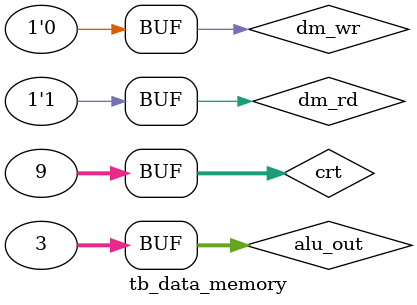
<source format=v>
`timescale 1ns / 1ps

module tb_data_memory;

	// Inputs
	reg dm_wr;
	reg dm_rd;
	reg [31:0] alu_out;
	reg [31:0] crt;

	// Outputs
	wire [31:0] data_rd;

	// Instantiate the Unit Under Test (UUT)
	Data_Memory uut (
		.dm_wr(dm_wr), 
		.dm_rd(dm_rd), 
		.alu_out(alu_out), 
		.crt(crt), 
		.data_rd(data_rd)
	);

	initial begin
		// Initialize Inputs
		dm_wr = 0;
		dm_rd = 0;
		alu_out = 0;
		crt = 0;

		// Wait 100 ns for global reset to finish
		#100;
        
		// Add stimulus here
	end
	
	always begin
		#100;
			dm_wr = 'b1;
			dm_rd = 'b0;
			alu_out = 32'b000010;
			crt = 32'b1101;
		#100;
			dm_wr = 'b0;
			dm_rd = 'b1;
			alu_out = 32'b000010;
			crt = 32'b1101;
		#100;
			dm_wr = 'b1;
			dm_rd = 'b0;
			alu_out = 32'b0011;
			crt = 32'b1001;
		#100;
			dm_wr = 'b0;
			dm_rd = 'b1;
			alu_out = 32'b0011;
		#400;
	end
      
endmodule


</source>
